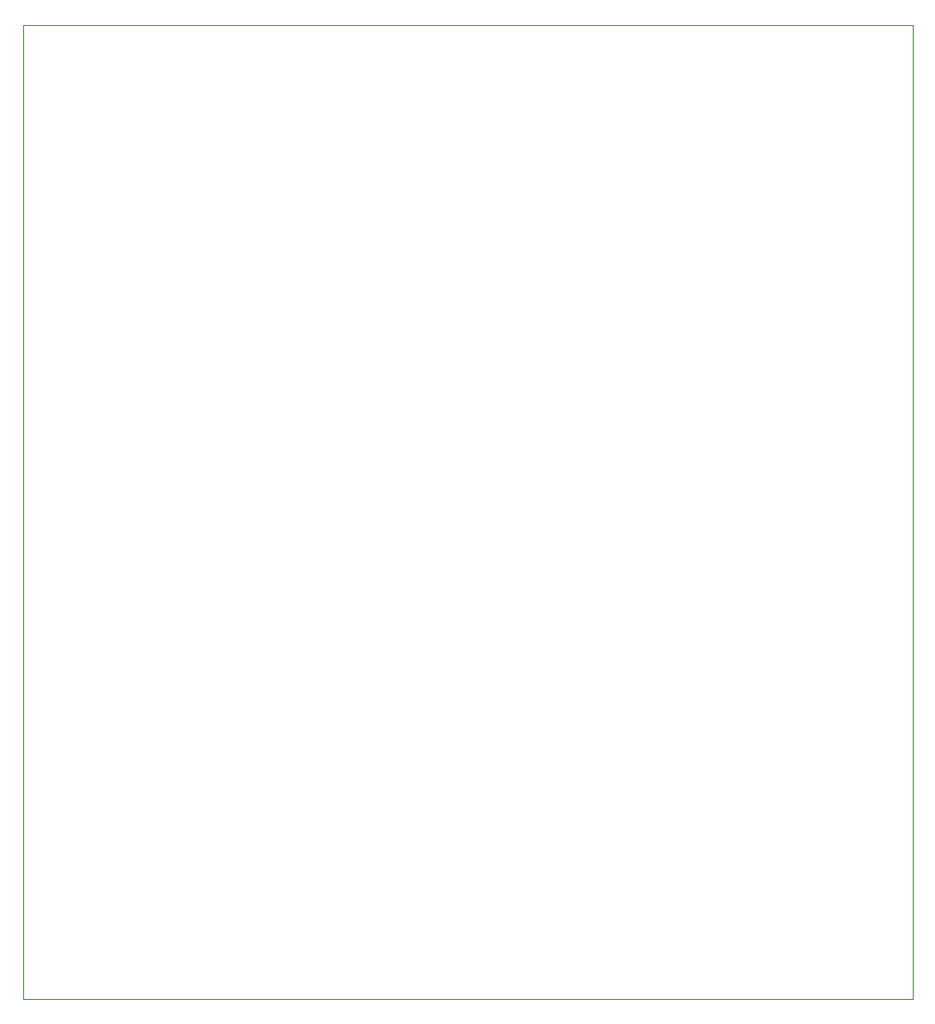
<source format=gm1>
G04 #@! TF.GenerationSoftware,KiCad,Pcbnew,(5.1.4)-1*
G04 #@! TF.CreationDate,2019-10-15T14:43:25+09:00*
G04 #@! TF.ProjectId,LME49600_HPA,4c4d4534-3936-4303-905f-4850412e6b69,rev?*
G04 #@! TF.SameCoordinates,Original*
G04 #@! TF.FileFunction,Profile,NP*
%FSLAX46Y46*%
G04 Gerber Fmt 4.6, Leading zero omitted, Abs format (unit mm)*
G04 Created by KiCad (PCBNEW (5.1.4)-1) date 2019-10-15 14:43:25*
%MOMM*%
%LPD*%
G04 APERTURE LIST*
%ADD10C,0.100000*%
G04 APERTURE END LIST*
D10*
X109220000Y-48260000D02*
X190500000Y-48260000D01*
X190500000Y-48260000D02*
X190500000Y-137160000D01*
X109220000Y-137160000D02*
X109220000Y-48260000D01*
X190500000Y-137160000D02*
X109220000Y-137160000D01*
M02*

</source>
